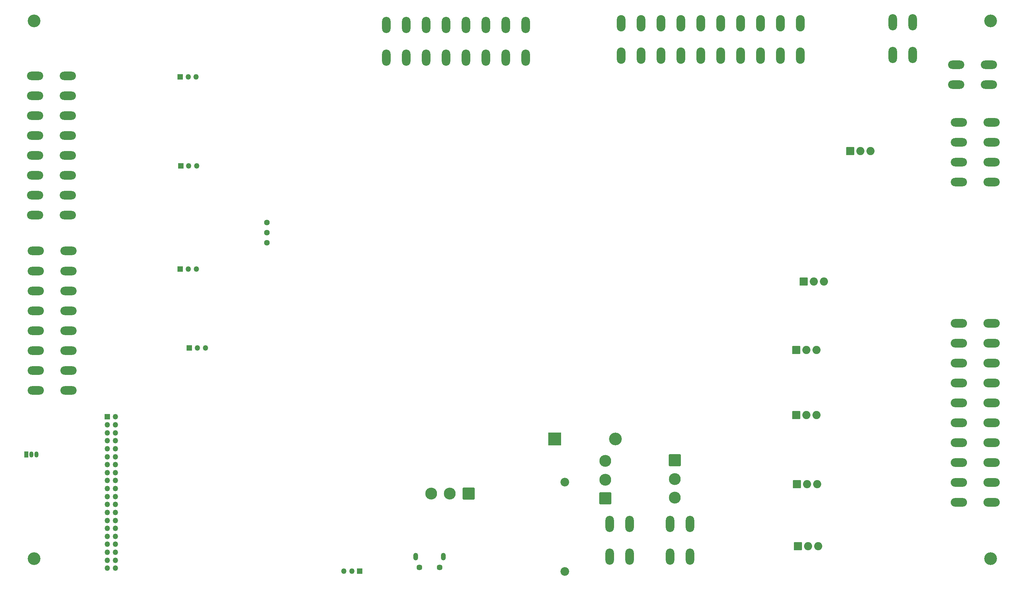
<source format=gbr>
%TF.GenerationSoftware,KiCad,Pcbnew,7.0.10*%
%TF.CreationDate,2024-12-15T12:01:29-06:00*%
%TF.ProjectId,karca_v2,6b617263-615f-4763-922e-6b696361645f,rev?*%
%TF.SameCoordinates,Original*%
%TF.FileFunction,Soldermask,Bot*%
%TF.FilePolarity,Negative*%
%FSLAX46Y46*%
G04 Gerber Fmt 4.6, Leading zero omitted, Abs format (unit mm)*
G04 Created by KiCad (PCBNEW 7.0.10) date 2024-12-15 12:01:29*
%MOMM*%
%LPD*%
G01*
G04 APERTURE LIST*
G04 Aperture macros list*
%AMRoundRect*
0 Rectangle with rounded corners*
0 $1 Rounding radius*
0 $2 $3 $4 $5 $6 $7 $8 $9 X,Y pos of 4 corners*
0 Add a 4 corners polygon primitive as box body*
4,1,4,$2,$3,$4,$5,$6,$7,$8,$9,$2,$3,0*
0 Add four circle primitives for the rounded corners*
1,1,$1+$1,$2,$3*
1,1,$1+$1,$4,$5*
1,1,$1+$1,$6,$7*
1,1,$1+$1,$8,$9*
0 Add four rect primitives between the rounded corners*
20,1,$1+$1,$2,$3,$4,$5,0*
20,1,$1+$1,$4,$5,$6,$7,0*
20,1,$1+$1,$6,$7,$8,$9,0*
20,1,$1+$1,$8,$9,$2,$3,0*%
G04 Aperture macros list end*
%ADD10C,3.200000*%
%ADD11R,1.350000X1.350000*%
%ADD12O,1.350000X1.350000*%
%ADD13RoundRect,0.102000X1.387500X1.387500X-1.387500X1.387500X-1.387500X-1.387500X1.387500X-1.387500X0*%
%ADD14C,2.979000*%
%ADD15R,3.200000X3.200000*%
%ADD16O,3.200000X3.200000*%
%ADD17RoundRect,0.102000X1.387500X-1.387500X1.387500X1.387500X-1.387500X1.387500X-1.387500X-1.387500X0*%
%ADD18O,2.134400X4.064800*%
%ADD19O,2.154000X4.104000*%
%ADD20C,1.440000*%
%ADD21O,4.064800X2.134400*%
%ADD22RoundRect,0.102000X-0.922500X-0.922500X0.922500X-0.922500X0.922500X0.922500X-0.922500X0.922500X0*%
%ADD23C,2.049000*%
%ADD24RoundRect,0.102000X-1.387500X1.387500X-1.387500X-1.387500X1.387500X-1.387500X1.387500X1.387500X0*%
%ADD25C,2.184000*%
%ADD26R,1.050000X1.500000*%
%ADD27O,1.050000X1.500000*%
%ADD28O,4.104000X2.154000*%
%ADD29O,1.200000X1.900000*%
%ADD30C,1.450000*%
G04 APERTURE END LIST*
D10*
%TO.C,H1*%
X275886400Y-181385200D03*
%TD*%
D11*
%TO.C,J7*%
X54254400Y-145792400D03*
D12*
X56254400Y-145792400D03*
X54254400Y-147792400D03*
X56254400Y-147792400D03*
X54254400Y-149792400D03*
X56254400Y-149792400D03*
X54254400Y-151792400D03*
X56254400Y-151792400D03*
X54254400Y-153792400D03*
X56254400Y-153792400D03*
X54254400Y-155792400D03*
X56254400Y-155792400D03*
X54254400Y-157792400D03*
X56254400Y-157792400D03*
X54254400Y-159792400D03*
X56254400Y-159792400D03*
X54254400Y-161792400D03*
X56254400Y-161792400D03*
X54254400Y-163792400D03*
X56254400Y-163792400D03*
X54254400Y-165792400D03*
X56254400Y-165792400D03*
X54254400Y-167792400D03*
X56254400Y-167792400D03*
X54254400Y-169792400D03*
X56254400Y-169792400D03*
X54254400Y-171792400D03*
X56254400Y-171792400D03*
X54254400Y-173792400D03*
X56254400Y-173792400D03*
X54254400Y-175792400D03*
X56254400Y-175792400D03*
X54254400Y-177792400D03*
X56254400Y-177792400D03*
X54254400Y-179792400D03*
X56254400Y-179792400D03*
X54254400Y-181792400D03*
X56254400Y-181792400D03*
X54254400Y-183792400D03*
X56254400Y-183792400D03*
%TD*%
D13*
%TO.C,SW3*%
X144907000Y-165100000D03*
D14*
X140207000Y-165100000D03*
X135507000Y-165100000D03*
%TD*%
D10*
%TO.C,H2*%
X275886400Y-46385200D03*
%TD*%
D11*
%TO.C,JP5*%
X117602000Y-184531000D03*
D12*
X115602000Y-184531000D03*
X113602000Y-184531000D03*
%TD*%
D15*
%TO.C,D1*%
X166544800Y-151332200D03*
D16*
X181784800Y-151332200D03*
%TD*%
D17*
%TO.C,SW2*%
X179244800Y-166249400D03*
D14*
X179244800Y-161549400D03*
X179244800Y-156849400D03*
%TD*%
D18*
%TO.C,J8*%
X124220000Y-55571000D03*
X129220000Y-55571000D03*
X134220000Y-55571000D03*
X139220000Y-55571000D03*
X144220000Y-55571000D03*
X149220000Y-55571000D03*
X154220000Y-55571000D03*
X159220000Y-55571000D03*
X124220000Y-47371000D03*
X129220000Y-47371000D03*
X134220000Y-47371000D03*
X139220000Y-47371000D03*
X144220000Y-47371000D03*
X149220000Y-47371000D03*
X154220000Y-47371000D03*
X159220000Y-47371000D03*
%TD*%
D11*
%TO.C,JP1*%
X72517000Y-60452000D03*
D12*
X74517000Y-60452000D03*
X76517000Y-60452000D03*
%TD*%
D19*
%TO.C,J6*%
X183163200Y-55113800D03*
X188163200Y-55113800D03*
X193163200Y-55113800D03*
X198163200Y-55113800D03*
X203163200Y-55113800D03*
X208163200Y-55113800D03*
X213163200Y-55113800D03*
X218163200Y-55113800D03*
X223163200Y-55113800D03*
X228163200Y-55113800D03*
X183163200Y-46913800D03*
X188163200Y-46913800D03*
X193163200Y-46913800D03*
X198163200Y-46913800D03*
X203163200Y-46913800D03*
X208163200Y-46913800D03*
X213163200Y-46913800D03*
X218163200Y-46913800D03*
X223163200Y-46913800D03*
X228163200Y-46913800D03*
%TD*%
D20*
%TO.C,RV1*%
X94314400Y-96988600D03*
X94314400Y-99528600D03*
X94314400Y-102068600D03*
%TD*%
D21*
%TO.C,J11*%
X276124800Y-71822607D03*
X267924800Y-76822607D03*
X267924800Y-81822607D03*
X267924800Y-86822607D03*
X267924800Y-71822607D03*
X276124800Y-76822607D03*
X276124800Y-81822607D03*
X276124800Y-86822607D03*
%TD*%
D22*
%TO.C,Q3*%
X240665000Y-79070200D03*
D23*
X243205000Y-79070200D03*
X245745000Y-79070200D03*
%TD*%
D18*
%TO.C,J1*%
X200427200Y-172703400D03*
X195427200Y-172703400D03*
X200427200Y-180903400D03*
X195427200Y-180903400D03*
%TD*%
%TO.C,J10*%
X251371384Y-54883800D03*
X256371384Y-54883800D03*
X251371384Y-46683800D03*
X256371384Y-46683800D03*
%TD*%
D22*
%TO.C,Q4*%
X228959600Y-111786200D03*
D23*
X231499600Y-111786200D03*
X234039600Y-111786200D03*
%TD*%
D11*
%TO.C,JP4*%
X74835000Y-128524000D03*
D12*
X76835000Y-128524000D03*
X78835000Y-128524000D03*
%TD*%
D22*
%TO.C,Q7*%
X227334300Y-162687000D03*
D23*
X229874300Y-162687000D03*
X232414300Y-162687000D03*
%TD*%
D24*
%TO.C,SW1*%
X196645000Y-156687400D03*
D14*
X196645000Y-161387400D03*
X196645000Y-166087400D03*
%TD*%
D18*
%TO.C,J2*%
X185318000Y-172703400D03*
X180318000Y-172703400D03*
X185318000Y-180903400D03*
X180318000Y-180903400D03*
%TD*%
D11*
%TO.C,JP3*%
X72549000Y-108712000D03*
D12*
X74549000Y-108712000D03*
X76549000Y-108712000D03*
%TD*%
D22*
%TO.C,Q5*%
X227156500Y-128981200D03*
D23*
X229696500Y-128981200D03*
X232236500Y-128981200D03*
%TD*%
D25*
%TO.C,F1*%
X169084800Y-184654800D03*
X169084800Y-162154800D03*
%TD*%
D26*
%TO.C,Q2*%
X33959800Y-155223800D03*
D27*
X35229800Y-155223800D03*
X36499800Y-155223800D03*
%TD*%
D11*
%TO.C,JP2*%
X72676000Y-82804000D03*
D12*
X74676000Y-82804000D03*
X76676000Y-82804000D03*
%TD*%
D28*
%TO.C,J9*%
X267948800Y-122298400D03*
X267948800Y-127298400D03*
X267948800Y-132298400D03*
X267948800Y-137298400D03*
X267948800Y-142298400D03*
X267948800Y-147298400D03*
X267948800Y-152298400D03*
X267948800Y-157298400D03*
X267948800Y-162298400D03*
X267948800Y-167298400D03*
X276148800Y-122298400D03*
X276148800Y-127298400D03*
X276148800Y-132298400D03*
X276148800Y-137298400D03*
X276148800Y-142298400D03*
X276148800Y-147298400D03*
X276148800Y-152298400D03*
X276148800Y-157298400D03*
X276148800Y-162298400D03*
X276148800Y-167298400D03*
%TD*%
D22*
%TO.C,Q8*%
X227562900Y-178231800D03*
D23*
X230102900Y-178231800D03*
X232642900Y-178231800D03*
%TD*%
D21*
%TO.C,J12*%
X267263000Y-57340784D03*
X267263000Y-62340784D03*
X275463000Y-57340784D03*
X275463000Y-62340784D03*
%TD*%
%TO.C,J5*%
X44520600Y-104142194D03*
X44520600Y-109142194D03*
X44520600Y-114142194D03*
X44520600Y-119142194D03*
X44520600Y-124142194D03*
X44520600Y-129142194D03*
X44520600Y-134142194D03*
X44520600Y-139142194D03*
X36320600Y-139142194D03*
X36320600Y-134142194D03*
X36320600Y-129142194D03*
X36320600Y-124142194D03*
X36320600Y-119142194D03*
X36320600Y-114142194D03*
X36320600Y-109142194D03*
X36320600Y-104142194D03*
%TD*%
D29*
%TO.C,J3*%
X138598000Y-180870500D03*
D30*
X137598000Y-183570500D03*
X132598000Y-183570500D03*
D29*
X131598000Y-180870500D03*
%TD*%
D10*
%TO.C,H4*%
X35886400Y-181385200D03*
%TD*%
D22*
%TO.C,Q6*%
X227087600Y-145336000D03*
D23*
X229627600Y-145336000D03*
X232167600Y-145336000D03*
%TD*%
D10*
%TO.C,H3*%
X35886400Y-46385200D03*
%TD*%
D21*
%TO.C,J4*%
X44293400Y-60144600D03*
X44293400Y-65144600D03*
X44293400Y-70144600D03*
X44293400Y-75144600D03*
X44293400Y-80144600D03*
X44293400Y-85144600D03*
X44293400Y-90144600D03*
X44293400Y-95144600D03*
X36093400Y-60144600D03*
X36093400Y-65144600D03*
X36093400Y-70144600D03*
X36093400Y-75144600D03*
X36093400Y-80144600D03*
X36093400Y-85144600D03*
X36093400Y-90144600D03*
X36093400Y-95144600D03*
%TD*%
M02*

</source>
